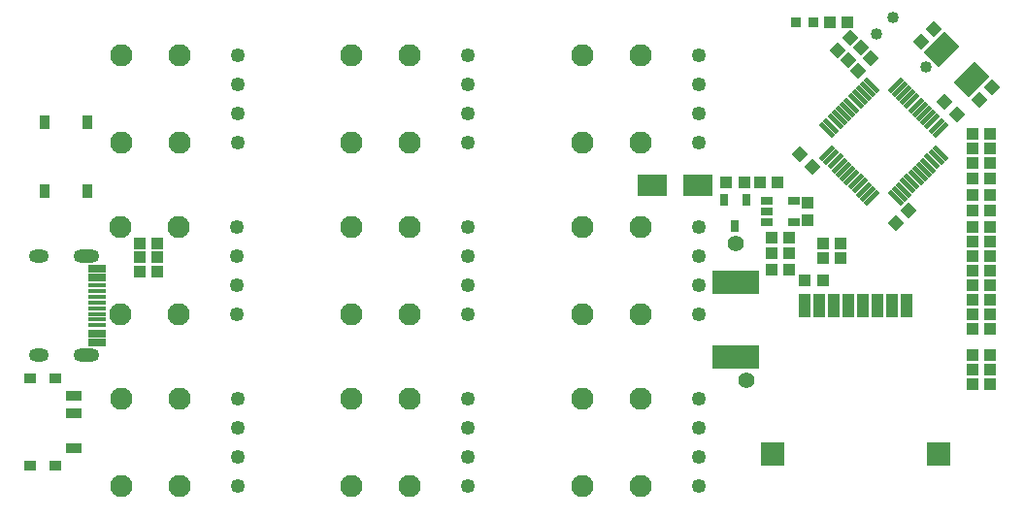
<source format=gbs>
G04*
G04 #@! TF.GenerationSoftware,Altium Limited,Altium Designer,19.1.9 (167)*
G04*
G04 Layer_Color=16711935*
%FSLAX25Y25*%
%MOIN*%
G70*
G01*
G75*
%ADD15C,0.00600*%
%ADD16O,0.08868X0.04537*%
%ADD17O,0.06899X0.04537*%
%ADD18C,0.04000*%
%ADD19C,0.07687*%
%ADD20C,0.04931*%
%ADD21C,0.05600*%
%ADD55R,0.04143X0.03750*%
%ADD56R,0.05521X0.03750*%
G04:AMPARAMS|DCode=57|XSize=72.93mil|YSize=100.49mil|CornerRadius=0mil|HoleSize=0mil|Usage=FLASHONLY|Rotation=315.000|XOffset=0mil|YOffset=0mil|HoleType=Round|Shape=Rectangle|*
%AMROTATEDRECTD57*
4,1,4,-0.06131,-0.00974,0.00974,0.06131,0.06131,0.00974,-0.00974,-0.06131,-0.06131,-0.00974,0.0*
%
%ADD57ROTATEDRECTD57*%

%ADD58R,0.08474X0.08474*%
%ADD59R,0.04143X0.08474*%
%ADD60R,0.03947X0.03947*%
%ADD61R,0.16348X0.08474*%
%ADD62P,0.05581X4X90.0*%
%ADD63R,0.03750X0.03750*%
G04:AMPARAMS|DCode=64|XSize=17mil|YSize=64mil|CornerRadius=0mil|HoleSize=0mil|Usage=FLASHONLY|Rotation=315.000|XOffset=0mil|YOffset=0mil|HoleType=Round|Shape=Rectangle|*
%AMROTATEDRECTD64*
4,1,4,-0.02864,-0.01662,0.01662,0.02864,0.02864,0.01662,-0.01662,-0.02864,-0.02864,-0.01662,0.0*
%
%ADD64ROTATEDRECTD64*%

G04:AMPARAMS|DCode=65|XSize=17mil|YSize=64mil|CornerRadius=0mil|HoleSize=0mil|Usage=FLASHONLY|Rotation=45.000|XOffset=0mil|YOffset=0mil|HoleType=Round|Shape=Rectangle|*
%AMROTATEDRECTD65*
4,1,4,0.01662,-0.02864,-0.02864,0.01662,-0.01662,0.02864,0.02864,-0.01662,0.01662,-0.02864,0.0*
%
%ADD65ROTATEDRECTD65*%

%ADD66R,0.10443X0.07293*%
%ADD67R,0.06309X0.01781*%
%ADD68R,0.06309X0.02962*%
%ADD69R,0.03553X0.04537*%
%ADD70P,0.05581X4X180.0*%
%ADD71R,0.03947X0.03947*%
%ADD72R,0.02962X0.04143*%
%ADD73R,0.04143X0.02962*%
D15*
X6300Y44506D02*
D03*
Y32695D02*
D03*
X19094Y90118D02*
D03*
Y67362D02*
D03*
X241406Y134606D02*
D03*
X181366Y164606D02*
D03*
Y105551D02*
D03*
X241406Y75551D02*
D03*
X181366Y46496D02*
D03*
X241406Y16496D02*
D03*
X102232Y164606D02*
D03*
X162272Y134606D02*
D03*
X102232Y105551D02*
D03*
X162272Y75551D02*
D03*
X102232Y46496D02*
D03*
X162272Y16496D02*
D03*
X23098Y164606D02*
D03*
X83138Y134606D02*
D03*
X22980Y105551D02*
D03*
X83020Y75551D02*
D03*
X23098Y46496D02*
D03*
X83138Y16496D02*
D03*
X9843Y171260D02*
D03*
X328740D02*
D03*
Y9843D02*
D03*
X9843D02*
D03*
D16*
X21181Y95748D02*
D03*
Y61732D02*
D03*
D17*
X4724Y95748D02*
D03*
Y61732D02*
D03*
D18*
X309439Y160626D02*
D03*
X292468Y171939D02*
D03*
X298125Y177596D02*
D03*
D19*
X191386Y134606D02*
D03*
X211386Y164606D02*
D03*
X191386D02*
D03*
X211386Y134606D02*
D03*
Y75551D02*
D03*
X191386Y105551D02*
D03*
X211386D02*
D03*
X191386Y75551D02*
D03*
X211386Y16496D02*
D03*
X191386Y46496D02*
D03*
X211386D02*
D03*
X191386Y16496D02*
D03*
X132252Y134606D02*
D03*
X112252Y164606D02*
D03*
X132252D02*
D03*
X112252Y134606D02*
D03*
X132252Y75551D02*
D03*
X112252Y105551D02*
D03*
X132252D02*
D03*
X112252Y75551D02*
D03*
X132252Y16496D02*
D03*
X112252Y46496D02*
D03*
X132252D02*
D03*
X112252Y16496D02*
D03*
X53118Y134606D02*
D03*
X33118Y164606D02*
D03*
X53118D02*
D03*
X33118Y134606D02*
D03*
X53000Y75551D02*
D03*
X33000Y105551D02*
D03*
X53000D02*
D03*
X33000Y75551D02*
D03*
X53118Y16496D02*
D03*
X33118Y46496D02*
D03*
X53118D02*
D03*
X33118Y16496D02*
D03*
D20*
X231386Y134606D02*
D03*
Y154606D02*
D03*
Y144606D02*
D03*
Y164606D02*
D03*
Y105551D02*
D03*
Y85551D02*
D03*
Y95551D02*
D03*
Y75551D02*
D03*
Y46496D02*
D03*
Y26496D02*
D03*
Y36496D02*
D03*
Y16496D02*
D03*
X152252Y164606D02*
D03*
Y144606D02*
D03*
Y154606D02*
D03*
Y134606D02*
D03*
Y105551D02*
D03*
Y85551D02*
D03*
Y95551D02*
D03*
Y75551D02*
D03*
Y46496D02*
D03*
Y26496D02*
D03*
Y36496D02*
D03*
Y16496D02*
D03*
X73118Y164606D02*
D03*
Y144606D02*
D03*
Y154606D02*
D03*
Y134606D02*
D03*
X73000Y105551D02*
D03*
Y85551D02*
D03*
Y95551D02*
D03*
Y75551D02*
D03*
X73118Y46496D02*
D03*
Y26496D02*
D03*
Y36496D02*
D03*
Y16496D02*
D03*
D21*
X247800Y52900D02*
D03*
X244100Y100100D02*
D03*
D55*
X1969Y53561D02*
D03*
X10631D02*
D03*
X1969Y23639D02*
D03*
X10631D02*
D03*
D56*
X16930Y29742D02*
D03*
Y47458D02*
D03*
Y41553D02*
D03*
D57*
X314850Y166650D02*
D03*
X325150Y156350D02*
D03*
D58*
X314000Y27500D02*
D03*
X256953D02*
D03*
D59*
X302976Y78681D02*
D03*
X297976D02*
D03*
X292976D02*
D03*
X287976D02*
D03*
X282976D02*
D03*
X277976D02*
D03*
X272976D02*
D03*
X267976D02*
D03*
D60*
X45551Y90200D02*
D03*
X39449D02*
D03*
X45551Y95200D02*
D03*
X39449D02*
D03*
X45551Y100000D02*
D03*
X39449D02*
D03*
X276449Y176000D02*
D03*
X282551D02*
D03*
X331551Y95500D02*
D03*
X325449D02*
D03*
X331551Y111221D02*
D03*
X325449D02*
D03*
X331551Y85500D02*
D03*
X325449D02*
D03*
X331551Y90500D02*
D03*
X325449D02*
D03*
X331551Y61654D02*
D03*
X325449D02*
D03*
Y56500D02*
D03*
X331551D02*
D03*
X325449Y51500D02*
D03*
X331551D02*
D03*
X325449Y70500D02*
D03*
X331551D02*
D03*
X325449Y122244D02*
D03*
X331551D02*
D03*
X325449Y105709D02*
D03*
X331551D02*
D03*
Y116500D02*
D03*
X325449D02*
D03*
Y127750D02*
D03*
X331551D02*
D03*
X262551Y96500D02*
D03*
X256449D02*
D03*
Y91000D02*
D03*
X262551D02*
D03*
X331551Y80500D02*
D03*
X325449D02*
D03*
Y75500D02*
D03*
X331551D02*
D03*
X325449Y137500D02*
D03*
X331551D02*
D03*
Y132500D02*
D03*
X325449D02*
D03*
Y100500D02*
D03*
X331551D02*
D03*
X267949Y87200D02*
D03*
X274051D02*
D03*
X258551Y121000D02*
D03*
X252449D02*
D03*
X256449Y102000D02*
D03*
X262551D02*
D03*
X247051Y121000D02*
D03*
X240949D02*
D03*
X280251Y99800D02*
D03*
X274149D02*
D03*
X280251Y94900D02*
D03*
D61*
X244094Y61100D02*
D03*
Y86614D02*
D03*
D62*
X283658Y170658D02*
D03*
X279343Y166342D02*
D03*
X290657Y163657D02*
D03*
X286343Y159343D02*
D03*
X299342Y106843D02*
D03*
X303658Y111158D02*
D03*
X287158Y167157D02*
D03*
X282842Y162843D02*
D03*
X307842Y169343D02*
D03*
X312158Y173658D02*
D03*
X327842Y149343D02*
D03*
X332157Y153657D02*
D03*
D63*
X271000Y176000D02*
D03*
X264701D02*
D03*
D64*
X299101Y154375D02*
D03*
X300445Y153031D02*
D03*
X301859Y151617D02*
D03*
X303273Y150203D02*
D03*
X304617Y148859D02*
D03*
X306031Y147445D02*
D03*
X307445Y146031D02*
D03*
X308859Y144617D02*
D03*
X310203Y143273D02*
D03*
X311617Y141859D02*
D03*
X313031Y140445D02*
D03*
X314375Y139101D02*
D03*
X290899Y115625D02*
D03*
X289555Y116969D02*
D03*
X288141Y118383D02*
D03*
X286727Y119797D02*
D03*
X285383Y121141D02*
D03*
X283969Y122555D02*
D03*
X282555Y123969D02*
D03*
X281141Y125383D02*
D03*
X279797Y126727D02*
D03*
X278383Y128141D02*
D03*
X276969Y129555D02*
D03*
X275625Y130899D02*
D03*
D65*
X314375D02*
D03*
X313031Y129555D02*
D03*
X311617Y128141D02*
D03*
X310203Y126727D02*
D03*
X308859Y125383D02*
D03*
X307445Y123969D02*
D03*
X306031Y122555D02*
D03*
X304617Y121141D02*
D03*
X303273Y119797D02*
D03*
X301859Y118383D02*
D03*
X300445Y116969D02*
D03*
X299101Y115625D02*
D03*
X275625Y139101D02*
D03*
X276969Y140445D02*
D03*
X278383Y141859D02*
D03*
X279797Y143273D02*
D03*
X281141Y144617D02*
D03*
X282555Y146031D02*
D03*
X283969Y147445D02*
D03*
X285383Y148859D02*
D03*
X286727Y150203D02*
D03*
X288141Y151617D02*
D03*
X290899Y154375D02*
D03*
X289555Y153031D02*
D03*
D66*
X215426Y120100D02*
D03*
X231174D02*
D03*
D67*
X24783Y85630D02*
D03*
Y83661D02*
D03*
Y75787D02*
D03*
Y79724D02*
D03*
Y77756D02*
D03*
Y81693D02*
D03*
Y73819D02*
D03*
Y71850D02*
D03*
D68*
Y91437D02*
D03*
Y69095D02*
D03*
Y88386D02*
D03*
Y66043D02*
D03*
D69*
X6890Y141732D02*
D03*
X21654D02*
D03*
X6890Y118110D02*
D03*
X21654D02*
D03*
D70*
X266342Y130657D02*
D03*
X270657Y126342D02*
D03*
X320158Y144343D02*
D03*
X315843Y148658D02*
D03*
D71*
X269000Y107949D02*
D03*
Y114051D02*
D03*
X274149Y94900D02*
D03*
D72*
X240260Y115028D02*
D03*
X244000Y105972D02*
D03*
X247740Y115028D02*
D03*
D73*
X264028Y114740D02*
D03*
X254972D02*
D03*
Y111000D02*
D03*
X264028Y107260D02*
D03*
X254972D02*
D03*
M02*

</source>
